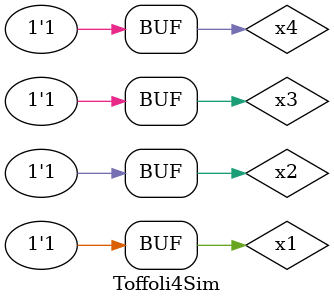
<source format=v>
`timescale 1ns / 1ps


module Toffoli4Sim(

    );
    reg x1, x2, x3, x4;
    wire y1, y2, y3, y4;
    Toffoli_4x4 uut (x1, x2, x3, x4, y1, y2, y3, y4);
    initial 
    begin
        x1=0; x2=0; x3=0; x4 = 0; #100;
        x1=0; x2=0; x3=0; x4 = 1; #100;
        x1=0; x2=0; x3=1; x4 = 0; #100;
        x1=0; x2=0; x3=1; x4 = 1; #100;
        x1=0; x2=1; x3=0; x4 = 0; #100;
        x1=0; x2=1; x3=0; x4 = 1; #100;
        x1=0; x2=1; x3=1; x4 = 0; #100;
        x1=0; x2=1; x3=1; x4 = 1; #100;
        x1=1; x2=1; x3=0; x4 = 0; #100;
        x1=1; x2=0; x3=0; x4 = 1; #100;
        x1=1; x2=0; x3=1; x4 = 0; #100;
        x1=1; x2=0; x3=1; x4 = 1; #100;
        x1=1; x2=1; x3=0; x4 = 0; #100;
        x1=1; x2=1; x3=0; x4 = 1; #100;
        x1=1; x2=1; x3=1; x4 = 0; #100;
        x1=1; x2=1; x3=1; x4 = 1; #100;          
    end
endmodule

</source>
